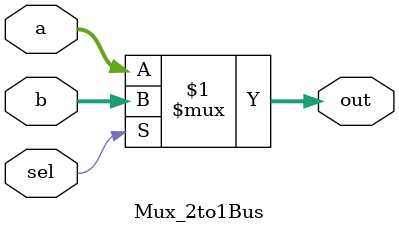
<source format=v>
module Mux_2to1Bus( 
    input [99:0] a, b,
    input sel,
    output [99:0] out 
);
    // sel = 1, out = b
    // sel = 0, out = a
    assign out = sel ? b : a;
endmodule
</source>
